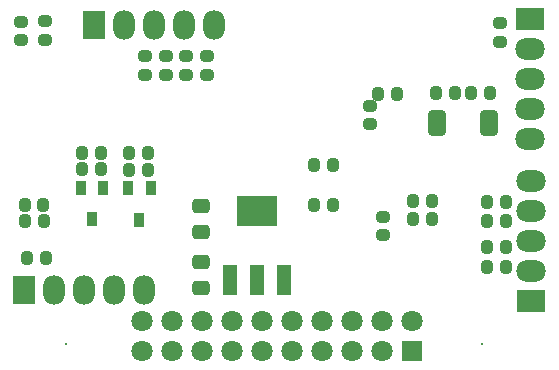
<source format=gbs>
G04*
G04 #@! TF.GenerationSoftware,Altium Limited,Altium Designer,20.1.11 (218)*
G04*
G04 Layer_Color=16711935*
%FSTAX24Y24*%
%MOIN*%
G70*
G04*
G04 #@! TF.SameCoordinates,E2051E8E-EE30-42B2-978D-12B425F2BF15*
G04*
G04*
G04 #@! TF.FilePolarity,Negative*
G04*
G01*
G75*
G04:AMPARAMS|DCode=32|XSize=45mil|YSize=37mil|CornerRadius=11.3mil|HoleSize=0mil|Usage=FLASHONLY|Rotation=0.000|XOffset=0mil|YOffset=0mil|HoleType=Round|Shape=RoundedRectangle|*
%AMROUNDEDRECTD32*
21,1,0.0450,0.0145,0,0,0.0*
21,1,0.0225,0.0370,0,0,0.0*
1,1,0.0225,0.0113,-0.0073*
1,1,0.0225,-0.0113,-0.0073*
1,1,0.0225,-0.0113,0.0073*
1,1,0.0225,0.0113,0.0073*
%
%ADD32ROUNDEDRECTD32*%
G04:AMPARAMS|DCode=33|XSize=45mil|YSize=37mil|CornerRadius=11.3mil|HoleSize=0mil|Usage=FLASHONLY|Rotation=270.000|XOffset=0mil|YOffset=0mil|HoleType=Round|Shape=RoundedRectangle|*
%AMROUNDEDRECTD33*
21,1,0.0450,0.0145,0,0,270.0*
21,1,0.0225,0.0370,0,0,270.0*
1,1,0.0225,-0.0073,-0.0113*
1,1,0.0225,-0.0073,0.0113*
1,1,0.0225,0.0073,0.0113*
1,1,0.0225,0.0073,-0.0113*
%
%ADD33ROUNDEDRECTD33*%
%ADD38O,0.0980X0.0730*%
%ADD39R,0.0980X0.0730*%
%ADD40O,0.0730X0.0980*%
%ADD41R,0.0730X0.0980*%
%ADD42R,0.0710X0.0710*%
%ADD43C,0.0710*%
%ADD44C,0.0080*%
G04:AMPARAMS|DCode=64|XSize=45mil|YSize=38mil|CornerRadius=11.5mil|HoleSize=0mil|Usage=FLASHONLY|Rotation=270.000|XOffset=0mil|YOffset=0mil|HoleType=Round|Shape=RoundedRectangle|*
%AMROUNDEDRECTD64*
21,1,0.0450,0.0150,0,0,270.0*
21,1,0.0220,0.0380,0,0,270.0*
1,1,0.0230,-0.0075,-0.0110*
1,1,0.0230,-0.0075,0.0110*
1,1,0.0230,0.0075,0.0110*
1,1,0.0230,0.0075,-0.0110*
%
%ADD64ROUNDEDRECTD64*%
G04:AMPARAMS|DCode=65|XSize=45mil|YSize=38mil|CornerRadius=11.5mil|HoleSize=0mil|Usage=FLASHONLY|Rotation=0.000|XOffset=0mil|YOffset=0mil|HoleType=Round|Shape=RoundedRectangle|*
%AMROUNDEDRECTD65*
21,1,0.0450,0.0150,0,0,0.0*
21,1,0.0220,0.0380,0,0,0.0*
1,1,0.0230,0.0110,-0.0075*
1,1,0.0230,-0.0110,-0.0075*
1,1,0.0230,-0.0110,0.0075*
1,1,0.0230,0.0110,0.0075*
%
%ADD65ROUNDEDRECTD65*%
G04:AMPARAMS|DCode=66|XSize=63.1mil|YSize=86.7mil|CornerRadius=17.8mil|HoleSize=0mil|Usage=FLASHONLY|Rotation=180.000|XOffset=0mil|YOffset=0mil|HoleType=Round|Shape=RoundedRectangle|*
%AMROUNDEDRECTD66*
21,1,0.0631,0.0512,0,0,180.0*
21,1,0.0276,0.0867,0,0,180.0*
1,1,0.0356,-0.0138,0.0256*
1,1,0.0356,0.0138,0.0256*
1,1,0.0356,0.0138,-0.0256*
1,1,0.0356,-0.0138,-0.0256*
%
%ADD66ROUNDEDRECTD66*%
%ADD67R,0.1379X0.1025*%
G04:AMPARAMS|DCode=68|XSize=48mil|YSize=60mil|CornerRadius=14mil|HoleSize=0mil|Usage=FLASHONLY|Rotation=90.000|XOffset=0mil|YOffset=0mil|HoleType=Round|Shape=RoundedRectangle|*
%AMROUNDEDRECTD68*
21,1,0.0480,0.0320,0,0,90.0*
21,1,0.0200,0.0600,0,0,90.0*
1,1,0.0280,0.0160,0.0100*
1,1,0.0280,0.0160,-0.0100*
1,1,0.0280,-0.0160,-0.0100*
1,1,0.0280,-0.0160,0.0100*
%
%ADD68ROUNDEDRECTD68*%
%ADD69R,0.0474X0.1025*%
%ADD70R,0.0380X0.0480*%
D32*
X050502Y035566D02*
D03*
Y034946D02*
D03*
X049705Y035556D02*
D03*
Y034936D02*
D03*
X054537Y034404D02*
D03*
Y033784D02*
D03*
X055226D02*
D03*
Y034404D02*
D03*
X055915Y033784D02*
D03*
Y034404D02*
D03*
D33*
X052387Y03063D02*
D03*
X053942Y03061D02*
D03*
X062239Y03315D02*
D03*
X061619D02*
D03*
X051767Y031181D02*
D03*
X052387D02*
D03*
X051767Y03063D02*
D03*
X050467Y029429D02*
D03*
X049847D02*
D03*
X053322Y03061D02*
D03*
X053942Y031181D02*
D03*
X053322D02*
D03*
X065251Y028031D02*
D03*
X065871D02*
D03*
X065881Y028917D02*
D03*
X065261D02*
D03*
X065881Y029547D02*
D03*
X065261D02*
D03*
D38*
X066693Y03163D02*
D03*
Y03463D02*
D03*
Y03363D02*
D03*
Y03263D02*
D03*
X066732Y030244D02*
D03*
Y027244D02*
D03*
Y028244D02*
D03*
Y029244D02*
D03*
D39*
X066693Y03563D02*
D03*
X066732Y026244D02*
D03*
D40*
X053827Y026614D02*
D03*
X050827D02*
D03*
X051827D02*
D03*
X052827D02*
D03*
X05615Y035433D02*
D03*
X05315D02*
D03*
X05415D02*
D03*
X05515D02*
D03*
D41*
X049827Y026614D02*
D03*
X05215Y035433D02*
D03*
D42*
X06276Y024591D02*
D03*
D43*
X06176D02*
D03*
X06076D02*
D03*
X05976D02*
D03*
X05876D02*
D03*
X05776D02*
D03*
X05676D02*
D03*
X05576D02*
D03*
X05476D02*
D03*
X05376D02*
D03*
Y025591D02*
D03*
X05476D02*
D03*
X05576D02*
D03*
X05676D02*
D03*
X05776D02*
D03*
X05876D02*
D03*
X05976D02*
D03*
X06076D02*
D03*
X06176D02*
D03*
X06276D02*
D03*
D44*
X051234Y024803D02*
D03*
X065092D02*
D03*
X051234D02*
D03*
X065092D02*
D03*
X051234D02*
D03*
X065092D02*
D03*
D64*
X059488Y030787D02*
D03*
X060108D02*
D03*
X06342Y028976D02*
D03*
X0628D02*
D03*
X050536Y027677D02*
D03*
X049916D02*
D03*
X050487Y028907D02*
D03*
X049867D02*
D03*
X0628Y029567D02*
D03*
X06342D02*
D03*
X065261Y027382D02*
D03*
X065881D02*
D03*
X060113Y029449D02*
D03*
X059493D02*
D03*
X064729Y033189D02*
D03*
X065349D02*
D03*
X064168D02*
D03*
X063548D02*
D03*
D65*
X061772Y02843D02*
D03*
Y02905D02*
D03*
X065669Y035507D02*
D03*
Y034887D02*
D03*
X053848Y034404D02*
D03*
Y033784D02*
D03*
X061339Y032136D02*
D03*
Y032756D02*
D03*
D66*
X063583Y032165D02*
D03*
X065315D02*
D03*
D67*
X057589Y029232D02*
D03*
D68*
X055718Y029409D02*
D03*
Y026673D02*
D03*
Y027539D02*
D03*
Y028543D02*
D03*
D69*
X057589Y026949D02*
D03*
X056683D02*
D03*
X058494D02*
D03*
D70*
X052465Y030008D02*
D03*
X054049Y029998D02*
D03*
X052079Y028968D02*
D03*
X051707Y030008D02*
D03*
X053291Y029998D02*
D03*
X053663Y028958D02*
D03*
M02*

</source>
